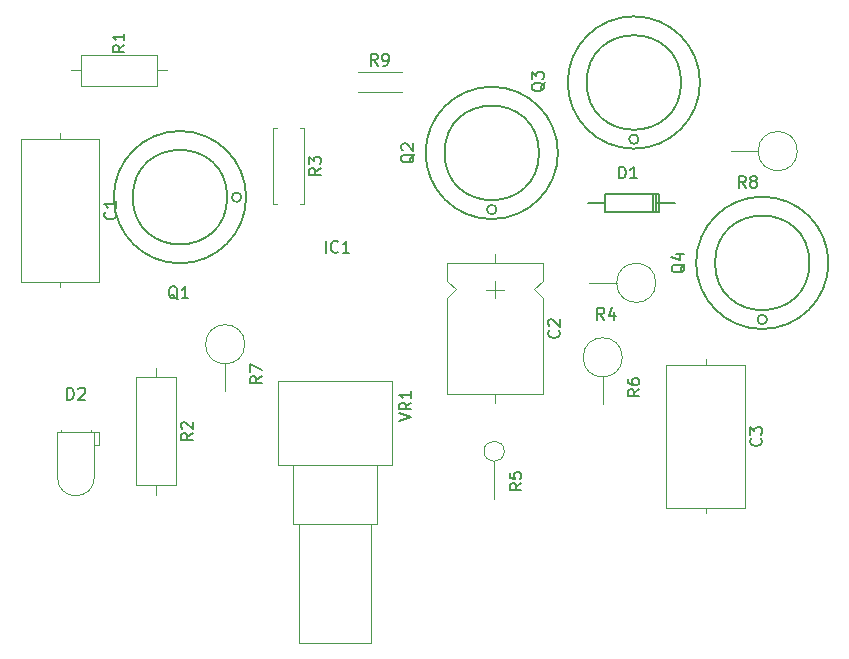
<source format=gbr>
G04 #@! TF.FileFunction,Legend,Top*
%FSLAX46Y46*%
G04 Gerber Fmt 4.6, Leading zero omitted, Abs format (unit mm)*
G04 Created by KiCad (PCBNEW 4.0.5) date 06/09/17 00:57:20*
%MOMM*%
%LPD*%
G01*
G04 APERTURE LIST*
%ADD10C,0.100000*%
%ADD11C,0.120000*%
%ADD12C,0.150000*%
G04 APERTURE END LIST*
D10*
D11*
X79786860Y-68508700D02*
X73166860Y-68508700D01*
X73166860Y-68508700D02*
X73166860Y-80628700D01*
X73166860Y-80628700D02*
X79786860Y-80628700D01*
X79786860Y-80628700D02*
X79786860Y-68508700D01*
X76476860Y-68048700D02*
X76476860Y-68508700D01*
X76476860Y-81088700D02*
X76476860Y-80628700D01*
X113280000Y-80540000D02*
X113280000Y-82040000D01*
X114030000Y-81290000D02*
X112530000Y-81290000D01*
X117340000Y-79030000D02*
X109220000Y-79030000D01*
X117340000Y-90150000D02*
X109220000Y-90150000D01*
X117340000Y-79030000D02*
X117340000Y-80530000D01*
X117340000Y-80530000D02*
X116590000Y-81280000D01*
X116590000Y-81280000D02*
X117340000Y-82030000D01*
X117340000Y-82030000D02*
X117340000Y-90150000D01*
X109220000Y-79030000D02*
X109220000Y-80530000D01*
X109220000Y-80530000D02*
X109970000Y-81280000D01*
X109970000Y-81280000D02*
X109220000Y-82030000D01*
X109220000Y-82030000D02*
X109220000Y-90150000D01*
X113280000Y-78270000D02*
X113280000Y-79030000D01*
X113280000Y-90910000D02*
X113280000Y-90150000D01*
X134440000Y-87670000D02*
X127820000Y-87670000D01*
X127820000Y-87670000D02*
X127820000Y-99790000D01*
X127820000Y-99790000D02*
X134440000Y-99790000D01*
X134440000Y-99790000D02*
X134440000Y-87670000D01*
X131130000Y-87210000D02*
X131130000Y-87670000D01*
X131130000Y-100250000D02*
X131130000Y-99790000D01*
D12*
X122603480Y-73962540D02*
X121206480Y-73962540D01*
X127048480Y-73962540D02*
X128572480Y-73962540D01*
X126667480Y-74724540D02*
X126667480Y-73200540D01*
X126921480Y-74724540D02*
X126921480Y-73200540D01*
X127175480Y-73962540D02*
X127175480Y-73200540D01*
X127175480Y-73200540D02*
X122603480Y-73200540D01*
X122603480Y-73200540D02*
X122603480Y-74724540D01*
X122603480Y-74724540D02*
X127175480Y-74724540D01*
X127175480Y-74724540D02*
X127175480Y-73962540D01*
D11*
X79375440Y-97188180D02*
G75*
G02X76255440Y-97188180I-1560000J0D01*
G01*
X76255440Y-93328180D02*
X76255440Y-97188180D01*
X79375440Y-93328180D02*
X79375440Y-97188180D01*
X76255440Y-93328180D02*
X79375440Y-93328180D01*
X79775440Y-93328180D02*
X79775440Y-94448180D01*
X79775440Y-94448180D02*
X79375440Y-94448180D01*
X79375440Y-94448180D02*
X79375440Y-93328180D01*
X79375440Y-93328180D02*
X79775440Y-93328180D01*
X76545440Y-93198180D02*
X76545440Y-93328180D01*
X76545440Y-93328180D02*
X76545440Y-93328180D01*
X76545440Y-93328180D02*
X76545440Y-93198180D01*
X76545440Y-93198180D02*
X76545440Y-93198180D01*
X79085440Y-93198180D02*
X79085440Y-93328180D01*
X79085440Y-93328180D02*
X79085440Y-93328180D01*
X79085440Y-93328180D02*
X79085440Y-93198180D01*
X79085440Y-93198180D02*
X79085440Y-93198180D01*
D12*
X91829240Y-73469500D02*
G75*
G03X91829240Y-73469500I-400000J0D01*
G01*
X90629240Y-73469500D02*
G75*
G03X90629240Y-73469500I-4000000J0D01*
G01*
X92229240Y-73469500D02*
G75*
G03X92229240Y-73469500I-5600000J0D01*
G01*
X125460000Y-68560000D02*
G75*
G03X125460000Y-68560000I-400000J0D01*
G01*
X129060000Y-63760000D02*
G75*
G03X129060000Y-63760000I-4000000J0D01*
G01*
X130660000Y-63760000D02*
G75*
G03X130660000Y-63760000I-5600000J0D01*
G01*
X136330000Y-83830000D02*
G75*
G03X136330000Y-83830000I-400000J0D01*
G01*
X139930000Y-79030000D02*
G75*
G03X139930000Y-79030000I-4000000J0D01*
G01*
X141530000Y-79030000D02*
G75*
G03X141530000Y-79030000I-5600000J0D01*
G01*
D11*
X78260500Y-61417840D02*
X78260500Y-64037840D01*
X78260500Y-64037840D02*
X84680500Y-64037840D01*
X84680500Y-64037840D02*
X84680500Y-61417840D01*
X84680500Y-61417840D02*
X78260500Y-61417840D01*
X77370500Y-62727840D02*
X78260500Y-62727840D01*
X85570500Y-62727840D02*
X84680500Y-62727840D01*
X86262320Y-88729120D02*
X82942320Y-88729120D01*
X82942320Y-88729120D02*
X82942320Y-97849120D01*
X82942320Y-97849120D02*
X86262320Y-97849120D01*
X86262320Y-97849120D02*
X86262320Y-88729120D01*
X84602320Y-87919120D02*
X84602320Y-88729120D01*
X84602320Y-98659120D02*
X84602320Y-97849120D01*
X96791340Y-67622980D02*
X97121340Y-67622980D01*
X97121340Y-67622980D02*
X97121340Y-74042980D01*
X97121340Y-74042980D02*
X96791340Y-74042980D01*
X94831340Y-67622980D02*
X94501340Y-67622980D01*
X94501340Y-67622980D02*
X94501340Y-74042980D01*
X94501340Y-74042980D02*
X94831340Y-74042980D01*
X126920000Y-80720000D02*
G75*
G03X126920000Y-80720000I-1660000J0D01*
G01*
X123600000Y-80720000D02*
X121280000Y-80720000D01*
X114090000Y-94980000D02*
G75*
G03X114090000Y-94980000I-860000J0D01*
G01*
X113230000Y-95840000D02*
X113230000Y-99060000D01*
X124080000Y-87030000D02*
G75*
G03X124080000Y-87030000I-1660000J0D01*
G01*
X122420000Y-88690000D02*
X122420000Y-91010000D01*
X92117020Y-85925660D02*
G75*
G03X92117020Y-85925660I-1660000J0D01*
G01*
X90457020Y-87585660D02*
X90457020Y-89905660D01*
X138900000Y-69570000D02*
G75*
G03X138900000Y-69570000I-1660000J0D01*
G01*
X135580000Y-69570000D02*
X133260000Y-69570000D01*
X101670000Y-62880000D02*
X105390000Y-62880000D01*
X101670000Y-64600000D02*
X105390000Y-64600000D01*
X104570000Y-89010000D02*
X104570000Y-96180000D01*
X94950000Y-89010000D02*
X94950000Y-96180000D01*
X104570000Y-89010000D02*
X94950000Y-89010000D01*
X104570000Y-96180000D02*
X94950000Y-96180000D01*
X103320000Y-96180000D02*
X103320000Y-101180000D01*
X96200000Y-96180000D02*
X96200000Y-101180000D01*
X103320000Y-96180000D02*
X96200000Y-96180000D01*
X103320000Y-101180000D02*
X96200000Y-101180000D01*
X102820000Y-101180000D02*
X102820000Y-111181000D01*
X96700000Y-101180000D02*
X96700000Y-111181000D01*
X102820000Y-101180000D02*
X96700000Y-101180000D01*
X102820000Y-111181000D02*
X96700000Y-111181000D01*
D12*
X113430000Y-74520000D02*
G75*
G03X113430000Y-74520000I-400000J0D01*
G01*
X117030000Y-69720000D02*
G75*
G03X117030000Y-69720000I-4000000J0D01*
G01*
X118630000Y-69720000D02*
G75*
G03X118630000Y-69720000I-5600000J0D01*
G01*
X81144003Y-74735366D02*
X81191622Y-74782985D01*
X81239241Y-74925842D01*
X81239241Y-75021080D01*
X81191622Y-75163938D01*
X81096384Y-75259176D01*
X81001146Y-75306795D01*
X80810670Y-75354414D01*
X80667812Y-75354414D01*
X80477336Y-75306795D01*
X80382098Y-75259176D01*
X80286860Y-75163938D01*
X80239241Y-75021080D01*
X80239241Y-74925842D01*
X80286860Y-74782985D01*
X80334479Y-74735366D01*
X81239241Y-73782985D02*
X81239241Y-74354414D01*
X81239241Y-74068700D02*
X80239241Y-74068700D01*
X80382098Y-74163938D01*
X80477336Y-74259176D01*
X80524955Y-74354414D01*
X118697143Y-84756666D02*
X118744762Y-84804285D01*
X118792381Y-84947142D01*
X118792381Y-85042380D01*
X118744762Y-85185238D01*
X118649524Y-85280476D01*
X118554286Y-85328095D01*
X118363810Y-85375714D01*
X118220952Y-85375714D01*
X118030476Y-85328095D01*
X117935238Y-85280476D01*
X117840000Y-85185238D01*
X117792381Y-85042380D01*
X117792381Y-84947142D01*
X117840000Y-84804285D01*
X117887619Y-84756666D01*
X117887619Y-84375714D02*
X117840000Y-84328095D01*
X117792381Y-84232857D01*
X117792381Y-83994761D01*
X117840000Y-83899523D01*
X117887619Y-83851904D01*
X117982857Y-83804285D01*
X118078095Y-83804285D01*
X118220952Y-83851904D01*
X118792381Y-84423333D01*
X118792381Y-83804285D01*
X135797143Y-93896666D02*
X135844762Y-93944285D01*
X135892381Y-94087142D01*
X135892381Y-94182380D01*
X135844762Y-94325238D01*
X135749524Y-94420476D01*
X135654286Y-94468095D01*
X135463810Y-94515714D01*
X135320952Y-94515714D01*
X135130476Y-94468095D01*
X135035238Y-94420476D01*
X134940000Y-94325238D01*
X134892381Y-94182380D01*
X134892381Y-94087142D01*
X134940000Y-93944285D01*
X134987619Y-93896666D01*
X134892381Y-93563333D02*
X134892381Y-92944285D01*
X135273333Y-93277619D01*
X135273333Y-93134761D01*
X135320952Y-93039523D01*
X135368571Y-92991904D01*
X135463810Y-92944285D01*
X135701905Y-92944285D01*
X135797143Y-92991904D01*
X135844762Y-93039523D01*
X135892381Y-93134761D01*
X135892381Y-93420476D01*
X135844762Y-93515714D01*
X135797143Y-93563333D01*
X123801385Y-71874921D02*
X123801385Y-70874921D01*
X124039480Y-70874921D01*
X124182338Y-70922540D01*
X124277576Y-71017778D01*
X124325195Y-71113016D01*
X124372814Y-71303492D01*
X124372814Y-71446350D01*
X124325195Y-71636826D01*
X124277576Y-71732064D01*
X124182338Y-71827302D01*
X124039480Y-71874921D01*
X123801385Y-71874921D01*
X125325195Y-71874921D02*
X124753766Y-71874921D01*
X125039480Y-71874921D02*
X125039480Y-70874921D01*
X124944242Y-71017778D01*
X124849004Y-71113016D01*
X124753766Y-71160635D01*
X77077345Y-90610561D02*
X77077345Y-89610561D01*
X77315440Y-89610561D01*
X77458298Y-89658180D01*
X77553536Y-89753418D01*
X77601155Y-89848656D01*
X77648774Y-90039132D01*
X77648774Y-90181990D01*
X77601155Y-90372466D01*
X77553536Y-90467704D01*
X77458298Y-90562942D01*
X77315440Y-90610561D01*
X77077345Y-90610561D01*
X78029726Y-89705799D02*
X78077345Y-89658180D01*
X78172583Y-89610561D01*
X78410679Y-89610561D01*
X78505917Y-89658180D01*
X78553536Y-89705799D01*
X78601155Y-89801037D01*
X78601155Y-89896275D01*
X78553536Y-90039132D01*
X77982107Y-90610561D01*
X78601155Y-90610561D01*
X98965190Y-78168761D02*
X98965190Y-77168761D01*
X100012809Y-78073523D02*
X99965190Y-78121142D01*
X99822333Y-78168761D01*
X99727095Y-78168761D01*
X99584237Y-78121142D01*
X99488999Y-78025904D01*
X99441380Y-77930666D01*
X99393761Y-77740190D01*
X99393761Y-77597332D01*
X99441380Y-77406856D01*
X99488999Y-77311618D01*
X99584237Y-77216380D01*
X99727095Y-77168761D01*
X99822333Y-77168761D01*
X99965190Y-77216380D01*
X100012809Y-77263999D01*
X100965190Y-78168761D02*
X100393761Y-78168761D01*
X100679475Y-78168761D02*
X100679475Y-77168761D01*
X100584237Y-77311618D01*
X100488999Y-77406856D01*
X100393761Y-77454475D01*
X86434002Y-82117119D02*
X86338764Y-82069500D01*
X86243526Y-81974262D01*
X86100669Y-81831405D01*
X86005430Y-81783786D01*
X85910192Y-81783786D01*
X85957811Y-82021881D02*
X85862573Y-81974262D01*
X85767335Y-81879024D01*
X85719716Y-81688548D01*
X85719716Y-81355214D01*
X85767335Y-81164738D01*
X85862573Y-81069500D01*
X85957811Y-81021881D01*
X86148288Y-81021881D01*
X86243526Y-81069500D01*
X86338764Y-81164738D01*
X86386383Y-81355214D01*
X86386383Y-81688548D01*
X86338764Y-81879024D01*
X86243526Y-81974262D01*
X86148288Y-82021881D01*
X85957811Y-82021881D01*
X87338764Y-82021881D02*
X86767335Y-82021881D01*
X87053049Y-82021881D02*
X87053049Y-81021881D01*
X86957811Y-81164738D01*
X86862573Y-81259976D01*
X86767335Y-81307595D01*
X117507619Y-63755238D02*
X117460000Y-63850476D01*
X117364762Y-63945714D01*
X117221905Y-64088571D01*
X117174286Y-64183810D01*
X117174286Y-64279048D01*
X117412381Y-64231429D02*
X117364762Y-64326667D01*
X117269524Y-64421905D01*
X117079048Y-64469524D01*
X116745714Y-64469524D01*
X116555238Y-64421905D01*
X116460000Y-64326667D01*
X116412381Y-64231429D01*
X116412381Y-64040952D01*
X116460000Y-63945714D01*
X116555238Y-63850476D01*
X116745714Y-63802857D01*
X117079048Y-63802857D01*
X117269524Y-63850476D01*
X117364762Y-63945714D01*
X117412381Y-64040952D01*
X117412381Y-64231429D01*
X116412381Y-63469524D02*
X116412381Y-62850476D01*
X116793333Y-63183810D01*
X116793333Y-63040952D01*
X116840952Y-62945714D01*
X116888571Y-62898095D01*
X116983810Y-62850476D01*
X117221905Y-62850476D01*
X117317143Y-62898095D01*
X117364762Y-62945714D01*
X117412381Y-63040952D01*
X117412381Y-63326667D01*
X117364762Y-63421905D01*
X117317143Y-63469524D01*
X129377619Y-79125238D02*
X129330000Y-79220476D01*
X129234762Y-79315714D01*
X129091905Y-79458571D01*
X129044286Y-79553810D01*
X129044286Y-79649048D01*
X129282381Y-79601429D02*
X129234762Y-79696667D01*
X129139524Y-79791905D01*
X128949048Y-79839524D01*
X128615714Y-79839524D01*
X128425238Y-79791905D01*
X128330000Y-79696667D01*
X128282381Y-79601429D01*
X128282381Y-79410952D01*
X128330000Y-79315714D01*
X128425238Y-79220476D01*
X128615714Y-79172857D01*
X128949048Y-79172857D01*
X129139524Y-79220476D01*
X129234762Y-79315714D01*
X129282381Y-79410952D01*
X129282381Y-79601429D01*
X128615714Y-78315714D02*
X129282381Y-78315714D01*
X128234762Y-78553810D02*
X128949048Y-78791905D01*
X128949048Y-78172857D01*
X81922881Y-60584506D02*
X81446690Y-60917840D01*
X81922881Y-61155935D02*
X80922881Y-61155935D01*
X80922881Y-60774982D01*
X80970500Y-60679744D01*
X81018119Y-60632125D01*
X81113357Y-60584506D01*
X81256214Y-60584506D01*
X81351452Y-60632125D01*
X81399071Y-60679744D01*
X81446690Y-60774982D01*
X81446690Y-61155935D01*
X81922881Y-59632125D02*
X81922881Y-60203554D01*
X81922881Y-59917840D02*
X80922881Y-59917840D01*
X81065738Y-60013078D01*
X81160976Y-60108316D01*
X81208595Y-60203554D01*
X87714701Y-93455786D02*
X87238510Y-93789120D01*
X87714701Y-94027215D02*
X86714701Y-94027215D01*
X86714701Y-93646262D01*
X86762320Y-93551024D01*
X86809939Y-93503405D01*
X86905177Y-93455786D01*
X87048034Y-93455786D01*
X87143272Y-93503405D01*
X87190891Y-93551024D01*
X87238510Y-93646262D01*
X87238510Y-94027215D01*
X86809939Y-93074834D02*
X86762320Y-93027215D01*
X86714701Y-92931977D01*
X86714701Y-92693881D01*
X86762320Y-92598643D01*
X86809939Y-92551024D01*
X86905177Y-92503405D01*
X87000415Y-92503405D01*
X87143272Y-92551024D01*
X87714701Y-93122453D01*
X87714701Y-92503405D01*
X98573721Y-70999646D02*
X98097530Y-71332980D01*
X98573721Y-71571075D02*
X97573721Y-71571075D01*
X97573721Y-71190122D01*
X97621340Y-71094884D01*
X97668959Y-71047265D01*
X97764197Y-70999646D01*
X97907054Y-70999646D01*
X98002292Y-71047265D01*
X98049911Y-71094884D01*
X98097530Y-71190122D01*
X98097530Y-71571075D01*
X97573721Y-70666313D02*
X97573721Y-70047265D01*
X97954673Y-70380599D01*
X97954673Y-70237741D01*
X98002292Y-70142503D01*
X98049911Y-70094884D01*
X98145150Y-70047265D01*
X98383245Y-70047265D01*
X98478483Y-70094884D01*
X98526102Y-70142503D01*
X98573721Y-70237741D01*
X98573721Y-70523456D01*
X98526102Y-70618694D01*
X98478483Y-70666313D01*
X122553334Y-83832381D02*
X122220000Y-83356190D01*
X121981905Y-83832381D02*
X121981905Y-82832381D01*
X122362858Y-82832381D01*
X122458096Y-82880000D01*
X122505715Y-82927619D01*
X122553334Y-83022857D01*
X122553334Y-83165714D01*
X122505715Y-83260952D01*
X122458096Y-83308571D01*
X122362858Y-83356190D01*
X121981905Y-83356190D01*
X123410477Y-83165714D02*
X123410477Y-83832381D01*
X123172381Y-82784762D02*
X122934286Y-83499048D01*
X123553334Y-83499048D01*
X115542381Y-97686666D02*
X115066190Y-98020000D01*
X115542381Y-98258095D02*
X114542381Y-98258095D01*
X114542381Y-97877142D01*
X114590000Y-97781904D01*
X114637619Y-97734285D01*
X114732857Y-97686666D01*
X114875714Y-97686666D01*
X114970952Y-97734285D01*
X115018571Y-97781904D01*
X115066190Y-97877142D01*
X115066190Y-98258095D01*
X114542381Y-96781904D02*
X114542381Y-97258095D01*
X115018571Y-97305714D01*
X114970952Y-97258095D01*
X114923333Y-97162857D01*
X114923333Y-96924761D01*
X114970952Y-96829523D01*
X115018571Y-96781904D01*
X115113810Y-96734285D01*
X115351905Y-96734285D01*
X115447143Y-96781904D01*
X115494762Y-96829523D01*
X115542381Y-96924761D01*
X115542381Y-97162857D01*
X115494762Y-97258095D01*
X115447143Y-97305714D01*
X125532381Y-89736666D02*
X125056190Y-90070000D01*
X125532381Y-90308095D02*
X124532381Y-90308095D01*
X124532381Y-89927142D01*
X124580000Y-89831904D01*
X124627619Y-89784285D01*
X124722857Y-89736666D01*
X124865714Y-89736666D01*
X124960952Y-89784285D01*
X125008571Y-89831904D01*
X125056190Y-89927142D01*
X125056190Y-90308095D01*
X124532381Y-88879523D02*
X124532381Y-89070000D01*
X124580000Y-89165238D01*
X124627619Y-89212857D01*
X124770476Y-89308095D01*
X124960952Y-89355714D01*
X125341905Y-89355714D01*
X125437143Y-89308095D01*
X125484762Y-89260476D01*
X125532381Y-89165238D01*
X125532381Y-88974761D01*
X125484762Y-88879523D01*
X125437143Y-88831904D01*
X125341905Y-88784285D01*
X125103810Y-88784285D01*
X125008571Y-88831904D01*
X124960952Y-88879523D01*
X124913333Y-88974761D01*
X124913333Y-89165238D01*
X124960952Y-89260476D01*
X125008571Y-89308095D01*
X125103810Y-89355714D01*
X93569401Y-88632326D02*
X93093210Y-88965660D01*
X93569401Y-89203755D02*
X92569401Y-89203755D01*
X92569401Y-88822802D01*
X92617020Y-88727564D01*
X92664639Y-88679945D01*
X92759877Y-88632326D01*
X92902734Y-88632326D01*
X92997972Y-88679945D01*
X93045591Y-88727564D01*
X93093210Y-88822802D01*
X93093210Y-89203755D01*
X92569401Y-88298993D02*
X92569401Y-87632326D01*
X93569401Y-88060898D01*
X134533334Y-72682381D02*
X134200000Y-72206190D01*
X133961905Y-72682381D02*
X133961905Y-71682381D01*
X134342858Y-71682381D01*
X134438096Y-71730000D01*
X134485715Y-71777619D01*
X134533334Y-71872857D01*
X134533334Y-72015714D01*
X134485715Y-72110952D01*
X134438096Y-72158571D01*
X134342858Y-72206190D01*
X133961905Y-72206190D01*
X135104762Y-72110952D02*
X135009524Y-72063333D01*
X134961905Y-72015714D01*
X134914286Y-71920476D01*
X134914286Y-71872857D01*
X134961905Y-71777619D01*
X135009524Y-71730000D01*
X135104762Y-71682381D01*
X135295239Y-71682381D01*
X135390477Y-71730000D01*
X135438096Y-71777619D01*
X135485715Y-71872857D01*
X135485715Y-71920476D01*
X135438096Y-72015714D01*
X135390477Y-72063333D01*
X135295239Y-72110952D01*
X135104762Y-72110952D01*
X135009524Y-72158571D01*
X134961905Y-72206190D01*
X134914286Y-72301429D01*
X134914286Y-72491905D01*
X134961905Y-72587143D01*
X135009524Y-72634762D01*
X135104762Y-72682381D01*
X135295239Y-72682381D01*
X135390477Y-72634762D01*
X135438096Y-72587143D01*
X135485715Y-72491905D01*
X135485715Y-72301429D01*
X135438096Y-72206190D01*
X135390477Y-72158571D01*
X135295239Y-72110952D01*
X103363334Y-62332381D02*
X103030000Y-61856190D01*
X102791905Y-62332381D02*
X102791905Y-61332381D01*
X103172858Y-61332381D01*
X103268096Y-61380000D01*
X103315715Y-61427619D01*
X103363334Y-61522857D01*
X103363334Y-61665714D01*
X103315715Y-61760952D01*
X103268096Y-61808571D01*
X103172858Y-61856190D01*
X102791905Y-61856190D01*
X103839524Y-62332381D02*
X104030000Y-62332381D01*
X104125239Y-62284762D01*
X104172858Y-62237143D01*
X104268096Y-62094286D01*
X104315715Y-61903810D01*
X104315715Y-61522857D01*
X104268096Y-61427619D01*
X104220477Y-61380000D01*
X104125239Y-61332381D01*
X103934762Y-61332381D01*
X103839524Y-61380000D01*
X103791905Y-61427619D01*
X103744286Y-61522857D01*
X103744286Y-61760952D01*
X103791905Y-61856190D01*
X103839524Y-61903810D01*
X103934762Y-61951429D01*
X104125239Y-61951429D01*
X104220477Y-61903810D01*
X104268096Y-61856190D01*
X104315715Y-61760952D01*
X105212381Y-92429524D02*
X106212381Y-92096191D01*
X105212381Y-91762857D01*
X106212381Y-90858095D02*
X105736190Y-91191429D01*
X106212381Y-91429524D02*
X105212381Y-91429524D01*
X105212381Y-91048571D01*
X105260000Y-90953333D01*
X105307619Y-90905714D01*
X105402857Y-90858095D01*
X105545714Y-90858095D01*
X105640952Y-90905714D01*
X105688571Y-90953333D01*
X105736190Y-91048571D01*
X105736190Y-91429524D01*
X106212381Y-89905714D02*
X106212381Y-90477143D01*
X106212381Y-90191429D02*
X105212381Y-90191429D01*
X105355238Y-90286667D01*
X105450476Y-90381905D01*
X105498095Y-90477143D01*
X106477619Y-69815238D02*
X106430000Y-69910476D01*
X106334762Y-70005714D01*
X106191905Y-70148571D01*
X106144286Y-70243810D01*
X106144286Y-70339048D01*
X106382381Y-70291429D02*
X106334762Y-70386667D01*
X106239524Y-70481905D01*
X106049048Y-70529524D01*
X105715714Y-70529524D01*
X105525238Y-70481905D01*
X105430000Y-70386667D01*
X105382381Y-70291429D01*
X105382381Y-70100952D01*
X105430000Y-70005714D01*
X105525238Y-69910476D01*
X105715714Y-69862857D01*
X106049048Y-69862857D01*
X106239524Y-69910476D01*
X106334762Y-70005714D01*
X106382381Y-70100952D01*
X106382381Y-70291429D01*
X105477619Y-69481905D02*
X105430000Y-69434286D01*
X105382381Y-69339048D01*
X105382381Y-69100952D01*
X105430000Y-69005714D01*
X105477619Y-68958095D01*
X105572857Y-68910476D01*
X105668095Y-68910476D01*
X105810952Y-68958095D01*
X106382381Y-69529524D01*
X106382381Y-68910476D01*
M02*

</source>
